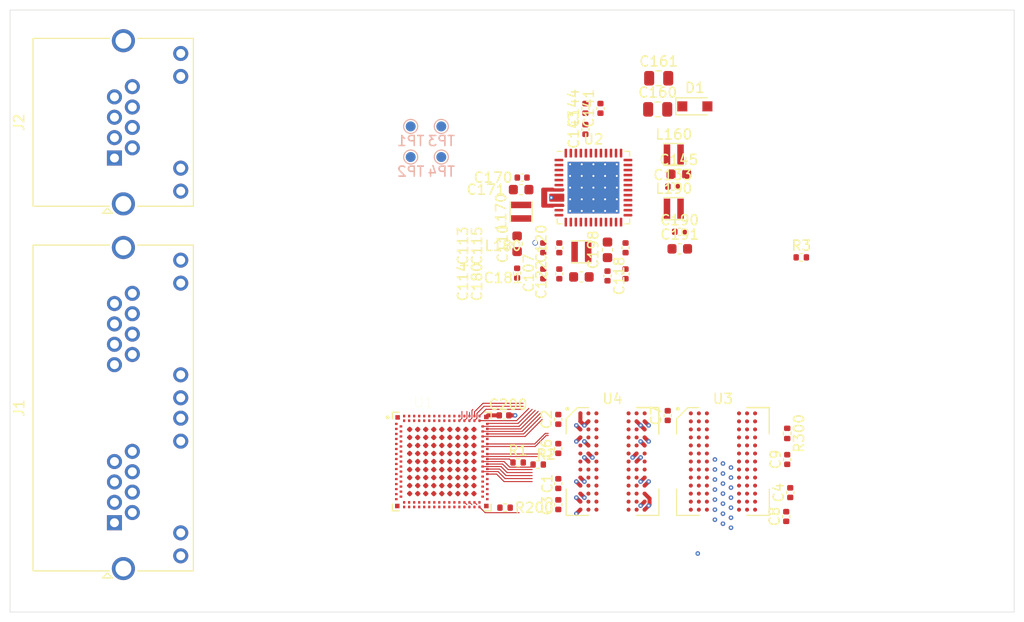
<source format=kicad_pcb>
(kicad_pcb (version 20210722) (generator pcbnew)
  (layers (0 "F.Cu" signal) (1 "In1.Cu" power) (2 "In2.Cu" power) (31 "B.Cu" signal) (34 "B.Paste" user) (35 "F.Paste" user) (36 "B.SilkS" user "B.Silkscreen") (37 "F.SilkS" user "F.Silkscreen") (38 "B.Mask" user) (39 "F.Mask" user) (44 "Edge.Cuts" user))
  (net 0 "")
  (net 1 "Net-(U1-Pad1)")
  (net 2 "Net-(U1-Pad2)")
  (net 3 "Net-(U1-Pad3)")
  (net 4 "Net-(U1-Pad4)")
  (net 5 "Net-(U1-Pad5)")
  (net 6 "Net-(U1-Pad6)")
  (net 7 "Net-(U1-Pad7)")
  (net 8 "Net-(U1-Pad8)")
  (net 9 "Net-(U1-Pad9)")
  (net 10 "Net-(U1-Pad10)")
  (net 11 "Net-(U1-Pad11)")
  (net 12 "Net-(U1-Pad12)")
  (net 13 "Net-(U1-Pad13)")
  (net 14 "Net-(U1-Pad14)")
  (net 15 "Net-(U1-Pad15)")
  (net 16 "Net-(U1-Pad16)")
  (net 17 "Net-(U1-Pad17)")
  (net 18 "Net-(U1-Pad18)")
  (net 19 "Net-(U1-Pad19)")
  (net 20 "Net-(U1-Pad20)")
  (net 21 "Net-(U1-Pad21)")
  (net 22 "Net-(U1-Pad22)")
  (net 23 "Net-(U1-Pad23)")
  (net 24 "Net-(U1-Pad24)")
  (net 25 "Net-(U1-Pad25)")
  (net 26 "Net-(U1-Pad26)")
  (net 27 "Net-(U1-Pad27)")
  (net 28 "Net-(U1-Pad28)")
  (net 29 "Net-(U1-Pad29)")
  (net 30 "Net-(U1-Pad30)")
  (net 31 "Net-(U1-Pad39)")
  (net 32 "Net-(U1-Pad58)")
  (net 33 "Net-(U1-Pad59)")
  (net 34 "Net-(U1-Pad60)")
  (net 35 "Net-(U1-Pad61)")
  (net 36 "Net-(U1-Pad62)")
  (net 37 "Net-(U1-Pad63)")
  (net 38 "Net-(U1-Pad64)")
  (net 39 "Net-(U1-Pad65)")
  (net 40 "Net-(U1-Pad66)")
  (net 41 "Net-(U1-Pad67)")
  (net 42 "Net-(U1-Pad68)")
  (net 43 "Net-(U1-Pad69)")
  (net 44 "Net-(U1-Pad70)")
  (net 45 "Net-(U1-Pad71)")
  (net 46 "Net-(U1-Pad72)")
  (net 47 "Net-(U1-Pad73)")
  (net 48 "Net-(U1-Pad74)")
  (net 49 "Net-(U1-Pad75)")
  (net 50 "Net-(U1-Pad76)")
  (net 51 "Net-(U1-Pad77)")
  (net 52 "Net-(U1-Pad78)")
  (net 53 "Net-(U1-Pad79)")
  (net 54 "Net-(U1-Pad80)")
  (net 55 "Net-(U1-Pad81)")
  (net 56 "Net-(U1-Pad82)")
  (net 57 "Net-(U1-Pad83)")
  (net 58 "Net-(U1-Pad84)")
  (net 59 "Net-(U1-Pad85)")
  (net 60 "Net-(U1-Pad86)")
  (net 61 "Net-(U1-Pad87)")
  (net 62 "Net-(U1-Pad88)")
  (net 63 "Net-(U1-Pad89)")
  (net 64 "Net-(U1-Pad90)")
  (net 65 "Net-(U1-Pad91)")
  (net 66 "Net-(U1-Pad92)")
  (net 67 "Net-(U1-Pad93)")
  (net 68 "Net-(U1-Pad94)")
  (net 69 "Net-(U1-Pad95)")
  (net 70 "Net-(U1-Pad120)")
  (net 71 "Net-(U1-Pad121)")
  (net 72 "Net-(U1-Pad122)")
  (net 73 "Net-(U1-Pad123)")
  (net 74 "Net-(U1-Pad124)")
  (net 75 "Net-(U1-Pad125)")
  (net 76 "Net-(U1-Pad126)")
  (net 77 "Net-(U1-Pad127)")
  (net 78 "Net-(U1-Pad128)")
  (net 79 "Net-(U1-Pad129)")
  (net 80 "Net-(U1-Pad130)")
  (net 81 "Net-(U1-Pad132)")
  (net 82 "Net-(U1-Pad134)")
  (net 83 "Net-(U1-Pad136)")
  (net 84 "Net-(U1-Pad137)")
  (net 85 "Net-(U1-Pad141)")
  (net 86 "Net-(U1-Pad142)")
  (net 87 "Net-(U1-Pad143)")
  (net 88 "Net-(U1-Pad144)")
  (net 89 "Net-(U1-Pad149)")
  (net 90 "Net-(U1-Pad151)")
  (net 91 "Net-(U1-Pad159)")
  (net 92 "Net-(U1-Pad168)")
  (net 93 "Net-(U1-Pad186)")
  (net 94 "Net-(U1-Pad194)")
  (net 95 "Net-(U1-Pad195)")
  (net 96 "Net-(U1-Pad198)")
  (net 97 "Net-(U1-Pad199)")
  (net 98 "Net-(U1-Pad204)")
  (net 99 "Net-(U1-Pad205)")
  (net 100 "Net-(U1-Pad206)")
  (net 101 "Net-(U1-Pad207)")
  (net 102 "GND")
  (net 103 "Net-(U2-Pad48)")
  (net 104 "Net-(U2-Pad36)")
  (net 105 "Net-(U2-Pad34)")
  (net 106 "Net-(U2-Pad32)")
  (net 107 "Net-(U2-Pad30)")
  (net 108 "Net-(U2-Pad25)")
  (net 109 "Net-(U2-Pad23)")
  (net 110 "Net-(U2-Pad11)")
  (net 111 "Net-(U2-Pad4)")
  (net 112 "Net-(U2-Pad3)")
  (net 113 "+3V3")
  (net 114 "/power/VDD_SFP")
  (net 115 "VDD_CORE")
  (net 116 "VCC_1V8")
  (net 117 "VCC_DDR")
  (net 118 "VCC_OTG")
  (net 119 "Net-(D1-Pad2)")
  (net 120 "/power/LDO4")
  (net 121 "/power/LDO3")
  (net 122 "/power/LDO2")
  (net 123 "Net-(L180-Pad1)")
  (net 124 "Net-(L190-Pad1)")
  (net 125 "/power/lx1")
  (net 126 "PMIC_I2C_SCL")
  (net 127 "PMIC_I2C_SDA")
  (net 128 "PMIC_INTn")
  (net 129 "/power/vr_vcc")
  (net 130 "Net-(C143-Pad1)")
  (net 131 "Net-(C144-Pad1)")
  (net 132 "VCC_SD")
  (net 133 "Net-(R300-Pad2)")
  (net 134 "/sdram/addr14")
  (net 135 "/sdram/addr7")
  (net 136 "/sdram/addr13")
  (net 137 "/sdram/addr6")
  (net 138 "/sdram/addr1")
  (net 139 "/sdram/addr5")
  (net 140 "/sdram/addr12")
  (net 141 "/sdram/addr8")
  (net 142 "/sdram/addr3")
  (net 143 "/sdram/addr4")
  (net 144 "/sdram/addr11")
  (net 145 "/sdram/addr9")
  (net 146 "/sdram/addr2")
  (net 147 "/sdram/addr0")
  (net 148 "/sdram/addr10")
  (net 149 "SDHC_VSEL")
  (net 150 "/sdram/ddr_ba1")
  (net 151 "/sdram/ddr_ba2")
  (net 152 "/sdram/ddr_ba0")
  (net 153 "/sdram/ddr_cke")
  (net 154 "/sdram/ddr_ck_n")
  (net 155 "/sdram/ddr_ck_p")
  (net 156 "/sdram/data5")
  (net 157 "/sdram/data7")
  (net 158 "/sdram/data4")
  (net 159 "/sdram/data6")
  (net 160 "/sdram/data3")
  (net 161 "/sdram/data1")
  (net 162 "/sdram/data2")
  (net 163 "/sdram/data0")
  (net 164 "/sdram/data8")
  (net 165 "/sdram/data10")
  (net 166 "/sdram/data9")
  (net 167 "/sdram/data11")
  (net 168 "/sdram/data14")
  (net 169 "/sdram/data12")
  (net 170 "/sdram/data15")
  (net 171 "/sdram/data13")
  (net 172 "/sdram/ddr_odt")
  (net 173 "VCC_DRAM_REF")
  (net 174 "Net-(R200-Pad2)")
  (net 175 "/sdram/ddr_cs")
  (net 176 "/sdram/ddr_cas")
  (net 177 "/sdram/ddr_we")
  (net 178 "/sdram/ddr_ras")
  (net 179 "/sdram/ddr_dm1")
  (net 180 "/sdram/ddr_dm0")
  (net 181 "Net-(J1-Pad19)")
  (net 182 "Net-(J1-Pad18)")
  (net 183 "Net-(J1-Pad17)")
  (net 184 "Net-(J1-Pad16)")
  (net 185 "Net-(J1-Pad20)")
  (net 186 "Net-(J1-Pad13)")
  (net 187 "Net-(J1-Pad14)")
  (net 188 "Net-(J1-Pad15)")
  (net 189 "Net-(J1-Pad21)")
  (net 190 "Net-(J1-Pad24)")
  (net 191 "Net-(J1-Pad23)")
  (net 192 "Net-(J1-Pad22)")
  (net 193 "Net-(J1-Pad12)")
  (net 194 "Net-(J1-Pad11)")
  (net 195 "Net-(J1-Pad10)")
  (net 196 "Net-(J1-Pad9)")
  (net 197 "Net-(J1-PadSH)")
  (net 198 "Net-(J1-Pad8)")
  (net 199 "Net-(J1-Pad6)")
  (net 200 "Net-(J1-Pad4)")
  (net 201 "Net-(J1-Pad2)")
  (net 202 "Net-(J1-Pad7)")
  (net 203 "Net-(J1-Pad5)")
  (net 204 "Net-(J1-Pad3)")
  (net 205 "Net-(J1-Pad1)")
  (net 206 "Net-(J2-Pad12)")
  (net 207 "Net-(J2-Pad11)")
  (net 208 "Net-(J2-Pad10)")
  (net 209 "Net-(J2-Pad9)")
  (net 210 "Net-(J2-Pad8)")
  (net 211 "Net-(J2-Pad6)")
  (net 212 "Net-(J2-Pad4)")
  (net 213 "Net-(J2-Pad2)")
  (net 214 "Net-(J2-Pad7)")
  (net 215 "Net-(J2-Pad5)")
  (net 216 "Net-(J2-Pad3)")
  (net 217 "Net-(J2-Pad1)")
  (net 218 "Net-(R1-Pad2)")
  (net 219 "Net-(R2-Pad2)")
  (net 220 "/sdram/ddr_dqs0-")
  (net 221 "/sdram/ddr_dqs1-")
  (net 222 "/sdram/ddr_dqs0+")
  (net 223 "/sdram/ddr_dqs1+")
  (net 224 "VREF_DDR")
  (net 225 "RESET")
  (net 226 "Net-(R3-Pad2)")
  (net 227 "Net-(U3-PadH9)")
  (net 228 "Net-(U3-PadF9)")
  (net 229 "Net-(U3-PadJ8)")
  (net 230 "/sdram/addr15")
  (net 231 "/sdram/ddr_ck-")
  (net 232 "/sdram/ddr_ck+")
  (net 233 "Net-(U3-PadA7)")
  (net 234 "Net-(U3-PadA3)")
  (net 235 "Net-(U3-PadH1)")
  (net 236 "Net-(U3-PadF1)")
  (net 237 "Net-(U3-PadE1)")
  (net 238 "Net-(U4-PadH9)")
  (net 239 "Net-(U4-PadF9)")
  (net 240 "Net-(U4-PadJ8)")
  (net 241 "Net-(U4-PadH8)")
  (net 242 "Net-(U4-PadA7)")
  (net 243 "Net-(U4-PadA3)")
  (net 244 "Net-(U4-PadH1)")
  (net 245 "Net-(U4-PadF1)")
  (net 246 "Net-(U4-PadE1)")
  (footprint "Package_DFN_QFN:QFN-48-1EP_7x7mm_P0.5mm_EP5.15x5.15mm_ThermalVias" (layer "F.Cu") (at 158.1 57.7)
    (fp_text reference "U2")
    (fp_text value "VR5100" hide)
  )
  (footprint "Capacitor_SMD:C_0402_1005Metric" (layer "F.Cu") (at 153.1 63.7 -90)
    (fp_text reference "C113")
    (fp_text value "1uF" hide)
  )
  (footprint "Capacitor_SMD:C_0402_1005Metric" (layer "F.Cu") (at 153.1 66.3 90)
    (fp_text reference "C114")
    (fp_text value "2.2uF" hide)
  )
  (footprint "Capacitor_SMD:C_0402_1005Metric" (layer "F.Cu") (at 151 56.7)
    (fp_text reference "C170")
    (fp_text value "100nF" hide)
  )
  (footprint "Capacitor_SMD:C_0402_1005Metric" (layer "F.Cu") (at 154.7 66.3 90)
    (fp_text reference "C180")
    (fp_text value "100nF" hide)
  )
  (footprint "Capacitor_SMD:C_0603_1608Metric" (layer "F.Cu") (at 156.9 66.6)
    (fp_text reference "C181")
    (fp_text value "4.7uF" hide)
  )
  (footprint "Capacitor_SMD:C_0402_1005Metric" (layer "F.Cu") (at 166.68 62.1)
    (fp_text reference "C190")
    (fp_text value "100nF")
  )
  (footprint "Capacitor_SMD:C_0603_1608Metric" (layer "F.Cu") (at 166.7 63.8)
    (fp_text reference "C191")
    (fp_text value "4.7uF")
  )
  (footprint "Inductor_SMD:L_Taiyo-Yuden_NR-20xx" (layer "F.Cu") (at 166.1 54.4)
    (fp_text reference "L160")
    (fp_text value "1.5uH")
  )
  (footprint "Inductor_SMD:L_Taiyo-Yuden_NR-20xx" (layer "F.Cu") (at 166.1 59.8)
    (fp_text reference "L190")
    (fp_text value "1.5uH")
  )
  (footprint "Inductor_SMD:L_Taiyo-Yuden_NR-20xx" (layer "F.Cu") (at 156.9 64.1)
    (fp_text reference "L180")
    (fp_text value "1.5uH" hide)
  )
  (footprint "Capacitor_SMD:C_0603_1608Metric" (layer "F.Cu") (at 166.605001 56.365001)
    (fp_text reference "C145")
    (fp_text value "10uF")
  )
  (footprint "Capacitor_SMD:C_0402_1005Metric" (layer "F.Cu") (at 154.7 63.7 -90)
    (fp_text reference "C115")
    (fp_text value "2.2uF" hide)
  )
  (footprint "Capacitor_SMD:C_0402_1005Metric" (layer "F.Cu") (at 161.3 63.7 -90)
    (fp_text reference "C120")
    (fp_text value "2.2uF" hide)
  )
  (footprint "Capacitor_SMD:C_0402_1005Metric" (layer "F.Cu") (at 161.3 66.3 90)
    (fp_text reference "C122")
    (fp_text value "2.2uF" hide)
  )
  (footprint "Capacitor_SMD:C_0402_1005Metric" (layer "F.Cu") (at 159.5 66.5 -90)
    (fp_text reference "C118")
    (fp_text value "100nF" hide)
  )
  (footprint "Capacitor_SMD:C_0402_1005Metric" (layer "F.Cu") (at 150.5 66.22 -90)
    (fp_text reference "C107")
    (fp_text value "100nF")
  )
  (footprint "Capacitor_SMD:C_0603_1608Metric" (layer "F.Cu") (at 159.5 63.9 90)
    (fp_text reference "C198")
    (fp_text value "4.7uF" hide)
  )
  (footprint "Capacitor_SMD:C_0603_1608Metric" (layer "F.Cu") (at 150.5 63.3 90)
    (fp_text reference "C110")
    (fp_text value "4.7uF" hide)
  )
  (footprint "Inductor_SMD:L_Taiyo-Yuden_NR-20xx" (layer "F.Cu") (at 150.9 60.1 90)
    (fp_text reference "L170")
    (fp_text value "1.5uH" hide)
  )
  (footprint "Capacitor_SMD:C_0603_1608Metric" (layer "F.Cu") (at 150.9 57.9)
    (fp_text reference "C171")
    (fp_text value "4.7uF" hide)
  )
  (footprint "Capacitor_SMD:C_0402_1005Metric" (layer "F.Cu") (at 158.8 49.8 90)
    (fp_text reference "C141")
    (fp_text value "1uF")
  )
  (footprint "Capacitor_SMD:C_0402_1005Metric" (layer "F.Cu") (at 157.3 51.9 90)
    (fp_text reference "C143")
    (fp_text value "1uF")
  )
  (footprint "Capacitor_SMD:C_0402_1005Metric" (layer "F.Cu") (at 157.3 49.8 90)
    (fp_text reference "C144")
    (fp_text value "220nF")
  )
  (footprint "Capacitor_SMD:C_0805_2012Metric" (layer "F.Cu") (at 164.5 49.9)
    (fp_text reference "C160")
    (fp_text value "22uF")
  )
  (footprint "Diode_SMD:D_SOD-323_HandSoldering" (layer "F.Cu") (at 168.2 49.6)
    (fp_text reference "D1")
    (fp_text value "D_Schottky")
  )
  (footprint "Capacitor_SMD:C_0805_2012Metric" (layer "F.Cu") (at 164.6 46.8)
    (fp_text reference "C161")
    (fp_text value "22uF")
  )
  (footprint "Capacitor_SMD:C_0402_1005Metric" (layer "F.Cu") (at 166 57.6)
    (fp_text reference "C133")
    (fp_text value "2.2uF")
  )
  (footprint "Connector_RJ:RJ45_Amphenol_RJHSE538X-02" (layer "F.Cu") (at 110.4 91.1 90)
    (fp_text reference "J1")
    (fp_text value "RJ45_LED_Shielded_x2")
  )
  (footprint "Connector_RJ:RJ45_Amphenol_RJHSE538X" (layer "F.Cu") (at 110.4 54.75 90)
    (fp_text reference "J2")
    (fp_text value "RJ45_LED")
  )
  (footprint "Resistor_SMD:R_0402_1005Metric" (layer "F.Cu") (at 177.4 82.2 -90)
    (fp_text reference "R300")
    (fp_text value "240")
  )
  (footprint "Capacitor_SMD:C_0402_1005Metric" (layer "F.Cu") (at 154.6 80.8 90)
    (fp_text reference "C2")
    (fp_text value "100nF")
  )
  (footprint "Capacitor_SMD:C_0402_1005Metric" (layer "F.Cu") (at 177.7 88.1 90)
    (fp_text reference "C4")
    (fp_text value "100nF")
  )
  (footprint "Capacitor_SMD:C_0402_1005Metric" (layer "F.Cu") (at 154.6 83.7 90)
    (fp_text reference "C6")
    (fp_text value "1uF")
  )
  (footprint "Capacitor_SMD:C_0402_1005Metric" (layer "F.Cu") (at 177.3 90.48 90)
    (fp_text reference "C8")
    (fp_text value "1uF")
  )
  (footprint "Capacitor_SMD:C_0402_1005Metric" (layer "F.Cu") (at 177.4 84.8 90)
    (fp_text reference "C9")
    (fp_text value "100nF")
  )
  (footprint "Resistor_SMD:R_0402_1005Metric" (layer "F.Cu") (at 178.8 64.65)
    (fp_text reference "R3")
    (fp_text value "240")
  )
  (footprint "Resistor_SMD:R_0402_1005Metric" (layer "F.Cu") (at 150.6 85.1 180)
    (fp_text reference "R1")
    (fp_text value "10")
  )
  (footprint "Resistor_SMD:R_0402_1005Metric" (layer "F.Cu") (at 149.3 89.6 180)
    (fp_text reference "R200")
    (fp_text value "240")
  )
  (footprint "winbond:BGA-78_9x13_9.0x10.5mm" (layer "F.Cu") (at 171 85)
    (fp_text reference "U3")
    (fp_text value "DDR3L-x8")
  )
  (footprint "Capacitor_SMD:C_0402_1005Metric" (layer "F.Cu") (at 154.6 87.2 -90)
    (fp_text reference "C1")
    (fp_text value "100nF")
  )
  (footprint "Capacitor_SMD:C_0402_1005Metric" (layer "F.Cu") (at 154.6 89.3 -90)
    (fp_text reference "C3")
    (fp_text value "100nF")
  )
  (footprint "Capacitor_SMD:C_0402_1005Metric" (layer "F.Cu") (at 165.5 80.42 90)
    (fp_text reference "C7")
    (fp_text value "1uF")
  )
  (footprint "Resistor_SMD:R_0402_1005Metric" (layer "F.Cu") (at 152.6 85.3 180)
    (fp_text reference "R2")
    (fp_text value "10")
  )
  (footprint "nxp:NXP_LS1012ASE7EKA" (layer "F.Cu") (at 143 85)
    (fp_text reference "U1")
    (fp_text value "LS1012A")
  )
  (footprint "Capacitor_SMD:C_0402_1005Metric" (layer "F.Cu") (at 149.2 80.4)
    (fp_text reference "C200")
    (fp_text value "100nF" hide)
  )
  (footprint "winbond:BGA-78_9x13_9.0x10.5mm" (layer "F.Cu") (at 160 85)
    (fp_text reference "U4")
    (fp_text value "DDR3L-x8")
  )
  (footprint "TestPoint:TestPoint_Pad_D1.0mm" (layer "B.Cu") (at 139.9 51.6)
    (fp_text reference "TP1")
    (fp_text value "TestPoint" hide)
  )
  (footprint "TestPoint:TestPoint_Pad_D1.0mm" (layer "B.Cu") (at 139.9 54.65)
    (fp_text reference "TP2")
    (fp_text value "TestPoint")
  )
  (footprint "TestPoint:TestPoint_Pad_D1.0mm" (layer "B.Cu") (at 142.95 51.6)
    (fp_text reference "TP3")
    (fp_text value "TestPoint")
  )
  (footprint "TestPoint:TestPoint_Pad_D1.0mm" (layer "B.Cu") (at 142.95 54.65)
    (fp_text reference "TP4")
    (fp_text value "TestPoint")
  )
  (gr_line (start 100 40) (end 100 100) (layer "Edge.Cuts") (width 0.05))
  (gr_line (start 100 100) (end 200 100) (layer "Edge.Cuts") (width 0.05))
  (gr_line (start 200 40) (end 100 40) (layer "Edge.Cuts") (width 0.05))
  (gr_line (start 200 100) (end 200 40) (layer "Edge.Cuts") (width 0.05))
  (segment (start 156.8 82.6) (end 156.4 83) (width 0.4) (layer "F.Cu") (net 102))
  (segment (start 156.8 86.6) (end 157.2 87) (width 0.4) (layer "F.Cu") (net 102))
  (segment (start 162.4 81) (end 162.8 81.4) (width 0.4) (layer "F.Cu") (net 102))
  (segment (start 163.2 88.2) (end 163.688411 88.688411) (width 0.4) (layer "F.Cu") (net 102))
  (segment (start 157.6 84.2) (end 158 84.6) (width 0.4) (layer "F.Cu") (net 102))
  (segment (start 163.2 81.8) (end 162.8 81.4) (width 0.4) (layer "F.Cu") (net 102))
  (segment (start 149.68 80.4) (end 150.3 80.4) (width 0.4) (layer "F.Cu") (net 102))
  (segment (start 156.8 81) (end 157.2 81.4) (width 0.4) (layer "F.Cu") (net 102))
  (segment (start 162.4 84.2) (end 162 84.6) (width 0.4) (layer "F.Cu") (net 102))
  (segment (start 163.2 89.8) (end 163.6 89.4) (width 0.4) (layer "F.Cu") (net 102))
  (segment (start 157.6 81) (end 157.2 81.4) (width 0.4) (layer "F.Cu") (net 102))
  (segment (start 163.2 86.6) (end 162.8 87) (width 0.4) (layer "F.Cu") (net 102))
  (segment (start 156.8 88.2) (end 157.2 88.6) (width 0.4) (layer "F.Cu") (net 102))
  (segment (start 156.8 89.8) (end 156.4 90.2) (width 0.4) (layer "F.Cu") (net 102))
  (segment (start 163.688411 88.688411) (end 163.688411 89.311589) (width 0.4) (layer "F.Cu") (net 102))
  (segment (start 156.8 80.2) (end 156.8 81) (width 0.4) (layer "F.Cu") (net 102))
  (segment (start 163.688411 89.311589) (end 163.6 89.4) (width 0.4) (layer "F.Cu") (net 102))
  (segment (start 163.2 82.6) (end 163.6 83) (width 0.4) (layer "F.Cu") (net 102))
  (via (at 171 85.2) (size 0.45) (drill 0.2) (layers "F.Cu" "B.Cu") (net 102))
  (via (at 171 87.199999) (size 0.45) (drill 0.2) (layers "F.Cu" "B.Cu") (net 102))
  (via (at 162.8 87) (size 0.45) (drill 0.2) (layers "F.Cu" "B.Cu") (net 102))
  (via (at 162 84.6) (size 0.45) (drill 0.2) (layers "F.Cu" "B.Cu") (net 102))
  (via (at 170.999999 86.199998) (size 0.45) (drill 0.2) (layers "F.Cu" "B.Cu") (net 102))
  (via (at 163.6 83) (size 0.45) (drill 0.2) (layers "F.Cu" "B.Cu") (net 102))
  (via (at 170.999999 88.2) (size 0.45) (drill 0.2) (layers "F.Cu" "B.Cu") (net 102))
  (via (at 170.2 85.799999) (size 0.45) (drill 0.2) (layers "F.Cu" "B.Cu") (net 102))
  (via (at 162.8 81.4) (size 0.45) (drill 0.2) (layers "F.Cu" "B.Cu") (net 102))
  (via (at 150.3 80.4) (size 0.45) (drill 0.2) (layers "F.Cu" "B.Cu") (net 102))
  (via (at 156.4 83) (size 0.45) (drill 0.2) (layers "F.Cu" "B.Cu") (net 102))
  (via (at 171.8 86.6) (size 0.45) (drill 0.2) (layers "F.Cu" "B.Cu") (net 102))
  (via (at 156.4 90.2) (size 0.45) (drill 0.2) (layers "F.Cu" "B.Cu") (net 102))
  (via (at 171.8 89.6) (size 0.45) (drill 0.2) (layers "F.Cu" "B.Cu") (net 102))
  (via (at 171.8 88.599999) (size 0.45) (drill 0.2) (layers "F.Cu" "B.Cu") (net 102))
  (via (at 170.199999 86.8) (size 0.45) (drill 0.2) (layers "F.Cu" "B.Cu") (net 102))
  (via (at 170.999999 89.199999) (size 0.45) (drill 0.2) (layers "F.Cu" "B.Cu") (net 102))
  (via (at 157.2 88.6) (size 0.45) (drill 0.2) (layers "F.Cu" "B.Cu") (net 102))
  (via (at 158 84.6) (size 0.45) (drill 0.2) (layers "F.Cu" "B.Cu") (net 102))
  (via (at 170.2 84.799999) (size 0.45) (drill 0.2) (layers "F.Cu" "B.Cu") (net 102))
  (via (at 157.2 87) (size 0.45) (drill 0.2) (layers "F.Cu" "B.Cu") (net 102))
  (via (at 171.8 85.600001) (size 0.45) (drill 0.2) (layers "F.Cu" "B.Cu") (net 102))
  (via (at 171 90.2) (size 0.45) (drill 0.2) (layers "F.Cu" "B.Cu") (net 102))
  (via (at 157.2 81.4) (size 0.45) (drill 0.2) (layers "F.Cu" "B.Cu") (net 102))
  (via (at 163.6 89.4) (size 0.45) (drill 0.2) (layers "F.Cu" "B.Cu") (net 102))
  (via (at 152.3 63.2) (size 0.55) (drill 0.4) (layers "F.Cu" "B.Cu") (net 113))
  (segment (start 163.2 81) (end 163.6 81.4) (width 0.4) (layer "F.Cu") (net 117))
  (segment (start 156.8 87.4) (end 156.4 87) (width 0.4) (layer "F.Cu") (net 117))
  (segment (start 157.6 85) (end 157.2 84.6) (width 0.4) (layer "F.Cu") (net 117))
  (segment (start 163.2 89) (end 162.8 89.4) (width 0.4) (layer "F.Cu") (net 117))
  (segment (start 163.2 87.4) (end 163.6 87) (width 0.4) (layer "F.Cu") (net 117))
  (segment (start 157.6 83.4) (end 157.2 83) (width 0.4) (layer "F.Cu") (net 117))
  (segment (start 156.8 89) (end 156.4 88.6) (width 0.4) (layer "F.Cu") (net 117))
  (segment (start 162.4 85) (end 162.8 84.6) (width 0.4) (layer "F.Cu") (net 117))
  (segment (start 156.8 81.8) (end 156.4 81.4) (width 0.4) (layer "F.Cu") (net 117))
  (segment (start 163.2 83.4) (end 162.8 83) (width 0.4) (layer "F.Cu") (net 117))
  (via (at 162.8 84.6) (size 0.45) (drill 0.2) (layers "F.Cu" "B.Cu") (net 117))
  (via (at 162.8 83) (size 0.45) (drill 0.2) (layers "F.Cu" "B.Cu") (net 117))
  (via (at 157.2 84.6) (size 0.45) (drill 0.2) (layers "F.Cu" "B.Cu") (net 117))
  (via (at 162.8 89.4) (size 0.45) (drill 0.2) (layers "F.Cu" "B.Cu") (net 117))
  (via (at 163.6 81.4) (size 0.45) (drill 0.2) (layers "F.Cu" "B.Cu") (net 117))
  (via (at 163.6 87) (size 0.45) (drill 0.2) (layers "F.Cu" "B.Cu") (net 117))
  (via (at 156.4 87) (size 0.45) (drill 0.2) (layers "F.Cu" "B.Cu") (net 117))
  (via (at 156.4 88.6) (size 0.45) (drill 0.2) (layers "F.Cu" "B.Cu") (net 117))
  (via (at 157.2 83) (size 0.45) (drill 0.2) (layers "F.Cu" "B.Cu") (net 117))
  (via (at 156.4 81.4) (size 0.45) (drill 0.2) (layers "F.Cu" "B.Cu") (net 117))
  (via (at 153.9 58.7) (size 0.4) (drill 0.2) (layers "F.Cu" "B.Cu") (net 125))
  (via (at 171.8 90.599999) (size 0.45) (drill 0.2) (layers "F.Cu" "B.Cu") (net 134))
  (via (at 170.199999 88.8) (size 0.45) (drill 0.2) (layers "F.Cu" "B.Cu") (net 135))
  (via (at 170.2 90.800001) (size 0.45) (drill 0.2) (layers "F.Cu" "B.Cu") (net 136))
  (segment (start 146.75 89.53) (end 147.32 90.1) (width 0.1016) (layer "F.Cu") (net 137))
  (segment (start 147.32 90.1) (end 150.7 90.1) (width 0.1016) (layer "F.Cu") (net 137))
  (via (at 171 91.199999) (size 0.45) (drill 0.2) (layers "F.Cu" "B.Cu") (net 137))
  (via (at 170.2 87.8) (size 0.45) (drill 0.2) (layers "F.Cu" "B.Cu") (net 139))
  (via (at 171.8 87.6) (size 0.45) (drill 0.2) (layers "F.Cu" "B.Cu") (net 140))
  (segment (start 145.27 89.07) (end 145.5 89.3) (width 0.0889) (layer "F.Cu") (net 141))
  (segment (start 145.25 89.07) (end 145.27 89.07) (width 0.0889) (layer "F.Cu") (net 141))
  (via (at 171.8 91.6) (size 0.45) (drill 0.2) (layers "F.Cu" "B.Cu") (net 141))
  (segment (start 145.75 89.07) (end 145.77 89.07) (width 0.0889) (layer "F.Cu") (net 142))
  (segment (start 145.77 89.07) (end 146 89.3) (width 0.0889) (layer "F.Cu") (net 142))
  (segment (start 146.27 89.07) (end 146.5 89.3) (width 0.0889) (layer "F.Cu") (net 143))
  (segment (start 146.25 89.07) (end 146.27 89.07) (width 0.0889) (layer "F.Cu") (net 143))
  (via (at 170.199999 89.799999) (size 0.45) (drill 0.2) (layers "F.Cu" "B.Cu") (net 145))
  (segment (start 149.5 86.1) (end 152 86.1) (width 0.1016) (layer "F.Cu") (net 148))
  (segment (start 147.07 85.5) (end 148.9 85.5) (width 0.1016) (layer "F.Cu") (net 148))
  (segment (start 148.9 85.5) (end 149.5 86.1) (width 0.1016) (layer "F.Cu") (net 148))
  (segment (start 148.75 85.75) (end 149.4 86.4) (width 0.1016) (layer "F.Cu") (net 153))
  (segment (start 149.4 86.4) (end 152 86.4) (width 0.1016) (layer "F.Cu") (net 153))
  (segment (start 147.53 85.75) (end 148.75 85.75) (width 0.1016) (layer "F.Cu") (net 153))
  (segment (start 151 82) (end 152.8 80.2) (width 0.1016) (layer "F.Cu") (net 157))
  (segment (start 147.07 82) (end 151 82) (width 0.1016) (layer "F.Cu") (net 157))
  (segment (start 147.07 83.5) (end 152.3 83.5) (width 0.1016) (layer "F.Cu") (net 159))
  (segment (start 153.4 82.4) (end 153.6 82.4) (width 0.1016) (layer "F.Cu") (net 159))
  (segment (start 152.3 83.5) (end 153.4 82.4) (width 0.1016) (layer "F.Cu") (net 159))
  (segment (start 147.07 81.5) (end 150.7 81.5) (width 0.1016) (layer "F.Cu") (net 160))
  (segment (start 150.7 81.5) (end 152.3 79.9) (width 0.1016) (layer "F.Cu") (net 160))
  (segment (start 147.53 81.75) (end 150.85 81.75) (width 0.1016) (layer "F.Cu") (net 161))
  (segment (start 150.85 81.75) (end 152.6 80) (width 0.1016) (layer "F.Cu") (net 161))
  (segment (start 151.15 82.25) (end 152.9 80.5) (width 0.1016) (layer "F.Cu") (net 162))
  (segment (start 147.53 82.25) (end 151.15 82.25) (width 0.1016) (layer "F.Cu") (net 162))
  (segment (start 153.3 82.2) (end 153.6 82.2) (width 0.1016) (layer "F.Cu") (net 163))
  (segment (start 152.25 83.25) (end 153.3 82.2) (width 0.1016) (layer "F.Cu") (net 163))
  (segment (start 147.53 83.25) (end 152.25 83.25) (width 0.1016) (layer "F.Cu") (net 163))
  (segment (start 145.25 80.93) (end 145.5 80.68) (width 0.0889) (layer "F.Cu") (net 164))
  (segment (start 145.5 80.68) (end 145.5 80) (width 0.0889) (layer "F.Cu") (net 164))
  (segment (start 145.25 80.93) (end 145.27 80.93) (width 0.0889) (layer "F.Cu") (net 164))
  (segment (start 147.2 79.5) (end 151.1 79.5) (width 0.1016) (layer "F.Cu") (net 166))
  (segment (start 146.5 80.2) (end 147.2 79.5) (width 0.1016) (layer "F.Cu") (net 166))
  (segment (start 146.5 80.68) (end 146.5 80.2) (width 0.1016) (layer "F.Cu") (net 166))
  (segment (start 146.25 80.93) (end 146.5 80.68) (width 0.1016) (layer "F.Cu") (net 166))
  (segment (start 146.25 80.93) (end 146.27 80.93) (width 0.1016) (layer "F.Cu") (net 166))
  (segment (start 147.4 79.8) (end 151.1 79.8) (width 0.1016) (layer "F.Cu") (net 167))
  (segment (start 151.1 79.8) (end 151.3 79.6) (width 0.1016) (layer "F.Cu") (net 167))
  (segment (start 146.75 80.45) (end 147.4 79.8) (width 0.1016) (layer "F.Cu") (net 167))
  (segment (start 146.75 80.47) (end 146.75 80.45) (width 0.1016) (layer "F.Cu") (net 167))
  (segment (start 144.77 80.93) (end 145 80.7) (width 0.0889) (layer "F.Cu") (net 168))
  (segment (start 145 80.7) (end 145 80) (width 0.0889) (layer "F.Cu") (net 168))
  (segment (start 144.75 80.93) (end 144.77 80.93) (width 0.0889) (layer "F.Cu") (net 168))
  (segment (start 146.75 80.93) (end 150.445 80.93) (width 0.1016) (layer "F.Cu") (net 170))
  (segment (start 146.75 80.93) (end 146.77 80.93) (width 0.1016) (layer "F.Cu") (net 170))
  (segment (start 150.445 80.93) (end 151.675 79.7) (width 0.1016) (layer "F.Cu") (net 170))
  (segment (start 147.58 81.2) (end 150.6 81.2) (width 0.1016) (layer "F.Cu") (net 171))
  (segment (start 147.53 81.25) (end 147.58 81.2) (width 0.1016) (layer "F.Cu") (net 171))
  (segment (start 150.6 81.2) (end 152 79.8) (width 0.1016) (layer "F.Cu") (net 171))
  (segment (start 152.75 84.25) (end 152.8 84.3) (width 0.1016) (layer "F.Cu") (net 172))
  (segment (start 147.53 84.25) (end 152.75 84.25) (width 0.1016) (layer "F.Cu") (net 172))
  (segment (start 147.6 80.4) (end 148.72 80.4) (width 0.4) (layer "F.Cu") (net 173))
  (segment (start 147.435 80.565) (end 147.6 80.4) (width 0.4) (layer "F.Cu") (net 173))
  (segment (start 149.2 87) (end 152 87) (width 0.1016) (layer "F.Cu") (net 175))
  (segment (start 147.53 86.25) (end 148.45 86.25) (width 0.1016) (layer "F.Cu") (net 175))
  (segment (start 148.45 86.25) (end 149.2 87) (width 0.1016) (layer "F.Cu") (net 175))
  (segment (start 149.6 85.8) (end 152 85.8) (width 0.1016) (layer "F.Cu") (net 176))
  (segment (start 149.05 85.25) (end 149.6 85.8) (width 0.1016) (layer "F.Cu") (net 176))
  (segment (start 147.53 85.25) (end 149.05 85.25) (width 0.1016) (layer "F.Cu") (net 176))
  (segment (start 149.3 86.7) (end 152 86.7) (width 0.1016) (layer "F.Cu") (net 177))
  (segment (start 148.6 86) (end 149.3 86.7) (width 0.1016) (layer "F.Cu") (net 177))
  (segment (start 147.07 86) (end 148.6 86) (width 0.1016) (layer "F.Cu") (net 177))
  (segment (start 147.07 84.5) (end 152.5 84.5) (width 0.1016) (layer "F.Cu") (net 178))
  (segment (start 146.25 80.47) (end 146.25 80.05) (width 0.1016) (layer "F.Cu") (net 179))
  (segment (start 146.25 80.05) (end 147.1 79.2) (width 0.1016) (layer "F.Cu") (net 179))
  (segment (start 147.1 79.2) (end 151.1 79.2) (width 0.1016) (layer "F.Cu") (net 179))
  (segment (start 151.3 82.5) (end 153 80.8) (width 0.1016) (layer "F.Cu") (net 180))
  (segment (start 147.07 82.5) (end 151.3 82.5) (width 0.1016) (layer "F.Cu") (net 180))
  (segment (start 149.74 84.75) (end 150.09 85.1) (width 0.1016) (layer "F.Cu") (net 218))
  (segment (start 147.53 84.75) (end 149.74 84.75) (width 0.1016) (layer "F.Cu") (net 218))
  (segment (start 147.07 85) (end 149.2 85) (width 0.1016) (layer "F.Cu") (net 219))
  (segment (start 149.75922 85.55922) (end 151.83078 85.55922) (width 0.1016) (layer "F.Cu") (net 219))
  (segment (start 149.2 85) (end 149.75922 85.55922) (width 0.1016) (layer "F.Cu") (net 219))
  (segment (start 151.83078 85.55922) (end 152.09 85.3) (width 0.1016) (layer "F.Cu") (net 219))
  (segment (start 145.75 80.47) (end 145.75 80.102284) (width 0.0889) (layer "F.Cu") (net 221))
  (segment (start 146 80.68) (end 146 79.9) (width 0.0889) (layer "F.Cu") (net 223))
  (segment (start 145.75 80.93) (end 146 80.68) (width 0.0889) (layer "F.Cu") (net 223))
  (segment (start 146 79.9) (end 146.1 79.8) (width 0.0889) (layer "F.Cu") (net 223))
  (via (at 168.492894 94.169849) (size 0.45) (drill 0.2) (layers "F.Cu" "B.Cu") (net 225))
  (zone (net 113) (net_name "+3V3") (layer "F.Cu") (priority 10) (connect_pads yes (clearance 0.2)) (min_thickness 0.2) (fill yes (thermal_gap 0.508) (thermal_bridge_width 0.508) (smoothing chamfer) (radius 0.1))
    (polygon (pts (xy 155.2 58.1) (xy 153.5 58.1) (xy 153.5 59.3) (xy 155.2 59.3) (xy 155.2 59.7) (xy 152.9 59.7) (xy 152.9 57.7) (xy 155.2 57.7)))
  )
  (zone (net 125) (net_name "/power/lx1") (layer "F.Cu") (priority 5) (connect_pads yes (clearance 0.2)) (min_thickness 0.2) (fill yes (thermal_gap 0.508) (thermal_bridge_width 0.508) (smoothing chamfer) (radius 0.1))
    (polygon (pts (xy 155.2 59.2) (xy 153.6 59.2) (xy 153.6 58.2) (xy 155.2 58.2)))
  )
)
</source>
